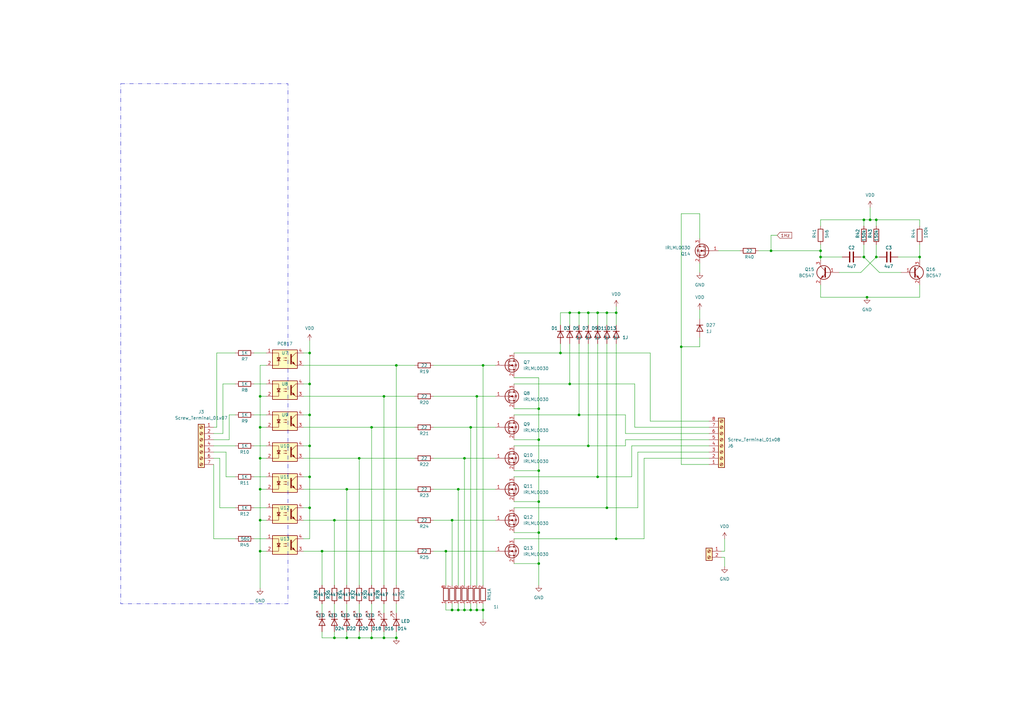
<source format=kicad_sch>
(kicad_sch (version 20231120) (generator "eeschema") (generator_version "8.0")
  (paper "A3")
  (title_block (title "TTL 2 NPN OC") (rev "1.0"))
  (lib_symbols
    (symbol "Connector:Screw_Terminal_01x02" (pin_names (offset 1.016) hide)
      (property "Reference" "J" (at 0 2.54 0))
      (property "Value" "Screw_Terminal_01x02" (at 0 -5.08 0))
      (symbol "Screw_Terminal_01x02_1_1"
        (rectangle (start -1.27 1.27) (end 1.27 -3.81) (stroke (width 0.254)) (fill (type background)))
        (circle (center 0 -2.54) (radius 0.635) (stroke (width 0.1524)))
        (polyline (pts (xy -0.5334 -2.2098) (xy 0.3302 -3.048)) (stroke (width 0.1524)))
        (polyline (pts (xy -0.5334 0.3302) (xy 0.3302 -0.508)) (stroke (width 0.1524)))
        (polyline (pts (xy -0.3556 -2.032) (xy 0.508 -2.8702)) (stroke (width 0.1524)))
        (polyline (pts (xy -0.3556 0.508) (xy 0.508 -0.3302)) (stroke (width 0.1524)))
        (circle (center 0 0) (radius 0.635) (stroke (width 0.1524)))
        (pin passive line (at -5.08 0 0) (length 3.81) (name "Pin_1") (number "1"))
        (pin passive line (at -5.08 -2.54 0) (length 3.81) (name "Pin_2") (number "2"))
      )
    )
    (symbol "Connector:Screw_Terminal_01x07" (pin_names (offset 1.016) hide)
      (property "Reference" "J" (at 0 10.16 0))
      (property "Value" "Screw_Terminal_01x07" (at 0 -10.16 0))
      (symbol "Screw_Terminal_01x07_1_1"
        (rectangle (start -1.27 8.89) (end 1.27 -8.89) (stroke (width 0.254)) (fill (type background)))
        (circle (center 0 -7.62) (radius 0.635) (stroke (width 0.1524)))
        (circle (center 0 -5.08) (radius 0.635) (stroke (width 0.1524)))
        (circle (center 0 -2.54) (radius 0.635) (stroke (width 0.1524)))
        (polyline (pts (xy -0.5334 -7.2898) (xy 0.3302 -8.128)) (stroke (width 0.1524)))
        (polyline (pts (xy -0.5334 -4.7498) (xy 0.3302 -5.588)) (stroke (width 0.1524)))
        (polyline (pts (xy -0.5334 -2.2098) (xy 0.3302 -3.048)) (stroke (width 0.1524)))
        (polyline (pts (xy -0.5334 0.3302) (xy 0.3302 -0.508)) (stroke (width 0.1524)))
        (polyline (pts (xy -0.5334 2.8702) (xy 0.3302 2.032)) (stroke (width 0.1524)))
        (polyline (pts (xy -0.5334 5.4102) (xy 0.3302 4.572)) (stroke (width 0.1524)))
        (polyline (pts (xy -0.5334 7.9502) (xy 0.3302 7.112)) (stroke (width 0.1524)))
        (polyline (pts (xy -0.3556 -7.112) (xy 0.508 -7.9502)) (stroke (width 0.1524)))
        (polyline (pts (xy -0.3556 -4.572) (xy 0.508 -5.4102)) (stroke (width 0.1524)))
        (polyline (pts (xy -0.3556 -2.032) (xy 0.508 -2.8702)) (stroke (width 0.1524)))
        (polyline (pts (xy -0.3556 0.508) (xy 0.508 -0.3302)) (stroke (width 0.1524)))
        (polyline (pts (xy -0.3556 3.048) (xy 0.508 2.2098)) (stroke (width 0.1524)))
        (polyline (pts (xy -0.3556 5.588) (xy 0.508 4.7498)) (stroke (width 0.1524)))
        (polyline (pts (xy -0.3556 8.128) (xy 0.508 7.2898)) (stroke (width 0.1524)))
        (circle (center 0 0) (radius 0.635) (stroke (width 0.1524)))
        (circle (center 0 2.54) (radius 0.635) (stroke (width 0.1524)))
        (circle (center 0 5.08) (radius 0.635) (stroke (width 0.1524)))
        (circle (center 0 7.62) (radius 0.635) (stroke (width 0.1524)))
        (pin passive line (at -5.08 7.62 0) (length 3.81) (name "Pin_1") (number "1"))
        (pin passive line (at -5.08 5.08 0) (length 3.81) (name "Pin_2") (number "2"))
        (pin passive line (at -5.08 2.54 0) (length 3.81) (name "Pin_3") (number "3"))
        (pin passive line (at -5.08 0 0) (length 3.81) (name "Pin_4") (number "4"))
        (pin passive line (at -5.08 -2.54 0) (length 3.81) (name "Pin_5") (number "5"))
        (pin passive line (at -5.08 -5.08 0) (length 3.81) (name "Pin_6") (number "6"))
        (pin passive line (at -5.08 -7.62 0) (length 3.81) (name "Pin_7") (number "7"))
      )
    )
    (symbol "Connector:Screw_Terminal_01x08" (pin_names (offset 1.016) hide)
      (property "Reference" "J" (at 0 10.16 0))
      (property "Value" "Screw_Terminal_01x08" (at 0 -12.7 0))
      (symbol "Screw_Terminal_01x08_1_1"
        (rectangle (start -1.27 8.89) (end 1.27 -11.43) (stroke (width 0.254)) (fill (type background)))
        (circle (center 0 -10.16) (radius 0.635) (stroke (width 0.1524)))
        (circle (center 0 -7.62) (radius 0.635) (stroke (width 0.1524)))
        (circle (center 0 -5.08) (radius 0.635) (stroke (width 0.1524)))
        (circle (center 0 -2.54) (radius 0.635) (stroke (width 0.1524)))
        (polyline (pts (xy -0.5334 -9.8298) (xy 0.3302 -10.668)) (stroke (width 0.1524)))
        (polyline (pts (xy -0.5334 -7.2898) (xy 0.3302 -8.128)) (stroke (width 0.1524)))
        (polyline (pts (xy -0.5334 -4.7498) (xy 0.3302 -5.588)) (stroke (width 0.1524)))
        (polyline (pts (xy -0.5334 -2.2098) (xy 0.3302 -3.048)) (stroke (width 0.1524)))
        (polyline (pts (xy -0.5334 0.3302) (xy 0.3302 -0.508)) (stroke (width 0.1524)))
        (polyline (pts (xy -0.5334 2.8702) (xy 0.3302 2.032)) (stroke (width 0.1524)))
        (polyline (pts (xy -0.5334 5.4102) (xy 0.3302 4.572)) (stroke (width 0.1524)))
        (polyline (pts (xy -0.5334 7.9502) (xy 0.3302 7.112)) (stroke (width 0.1524)))
        (polyline (pts (xy -0.3556 -9.652) (xy 0.508 -10.4902)) (stroke (width 0.1524)))
        (polyline (pts (xy -0.3556 -7.112) (xy 0.508 -7.9502)) (stroke (width 0.1524)))
        (polyline (pts (xy -0.3556 -4.572) (xy 0.508 -5.4102)) (stroke (width 0.1524)))
        (polyline (pts (xy -0.3556 -2.032) (xy 0.508 -2.8702)) (stroke (width 0.1524)))
        (polyline (pts (xy -0.3556 0.508) (xy 0.508 -0.3302)) (stroke (width 0.1524)))
        (polyline (pts (xy -0.3556 3.048) (xy 0.508 2.2098)) (stroke (width 0.1524)))
        (polyline (pts (xy -0.3556 5.588) (xy 0.508 4.7498)) (stroke (width 0.1524)))
        (polyline (pts (xy -0.3556 8.128) (xy 0.508 7.2898)) (stroke (width 0.1524)))
        (circle (center 0 0) (radius 0.635) (stroke (width 0.1524)))
        (circle (center 0 2.54) (radius 0.635) (stroke (width 0.1524)))
        (circle (center 0 5.08) (radius 0.635) (stroke (width 0.1524)))
        (circle (center 0 7.62) (radius 0.635) (stroke (width 0.1524)))
        (pin passive line (at -5.08 7.62 0) (length 3.81) (name "Pin_1") (number "1"))
        (pin passive line (at -5.08 5.08 0) (length 3.81) (name "Pin_2") (number "2"))
        (pin passive line (at -5.08 2.54 0) (length 3.81) (name "Pin_3") (number "3"))
        (pin passive line (at -5.08 0 0) (length 3.81) (name "Pin_4") (number "4"))
        (pin passive line (at -5.08 -2.54 0) (length 3.81) (name "Pin_5") (number "5"))
        (pin passive line (at -5.08 -5.08 0) (length 3.81) (name "Pin_6") (number "6"))
        (pin passive line (at -5.08 -7.62 0) (length 3.81) (name "Pin_7") (number "7"))
        (pin passive line (at -5.08 -10.16 0) (length 3.81) (name "Pin_8") (number "8"))
      )
    )
    (symbol "Device:C" (pin_numbers hide) (pin_names (offset 0.254))
      (property "Reference" "C" (at 0.635 2.54 0))
      (property "Value" "C" (at 0.635 -2.54 0))
      (symbol "C_0_1"
        (polyline (pts (xy -2.032 -0.762) (xy 2.032 -0.762)) (stroke (width 0.508)))
        (polyline (pts (xy -2.032 0.762) (xy 2.032 0.762)) (stroke (width 0.508)))
      )
      (symbol "C_1_1"
        (pin passive line (at 0 3.81 270) (length 2.794) (name "~") (number "1"))
        (pin passive line (at 0 -3.81 90) (length 2.794) (name "~") (number "2"))
      )
    )
    (symbol "Device:LED" (pin_numbers hide) (pin_names (offset 1.016) hide)
      (property "Reference" "D" (at 0 2.54 0))
      (property "Value" "LED" (at 0 -2.54 0))
      (symbol "LED_0_1"
        (polyline (pts (xy -1.27 -1.27) (xy -1.27 1.27)) (stroke (width 0.254)))
        (polyline (pts (xy -1.27 0) (xy 1.27 0)))
        (polyline (pts (xy 1.27 -1.27) (xy 1.27 1.27) (xy -1.27 0) (xy 1.27 -1.27)) (stroke (width 0.254)))
        (polyline (pts (xy -3.048 -0.762) (xy -4.572 -2.286) (xy -3.81 -2.286) (xy -4.572 -2.286) (xy -4.572 -1.524)))
        (polyline (pts (xy -1.778 -0.762) (xy -3.302 -2.286) (xy -2.54 -2.286) (xy -3.302 -2.286) (xy -3.302 -1.524)))
      )
      (symbol "LED_1_1"
        (pin passive line (at -3.81 0 0) (length 2.54) (name "K") (number "1"))
        (pin passive line (at 3.81 0 180) (length 2.54) (name "A") (number "2"))
      )
    )
    (symbol "Device:R" (pin_numbers hide) (pin_names (offset 0))
      (property "Reference" "R" (at 2.032 0 90))
      (property "Value" "R" (at 0 0 90))
      (symbol "R_0_1"
        (rectangle (start -1.016 -2.54) (end 1.016 2.54) (stroke (width 0.254)))
      )
      (symbol "R_1_1"
        (pin passive line (at 0 3.81 270) (length 1.27) (name "~") (number "1"))
        (pin passive line (at 0 -3.81 90) (length 1.27) (name "~") (number "2"))
      )
    )
    (symbol "Device:R_Network07_Split" (pin_names (offset 0) hide)
      (property "Reference" "RN" (at 2.032 0 90))
      (property "Value" "R_Network07_Split" (at 0 0 90))
      (symbol "R_Network07_Split_0_1"
        (rectangle (start 1.016 2.54) (end -1.016 -2.54) (stroke (width 0.254)))
        (pin passive line (at 0 3.81 270) (length 1.27) (name "R1") (number "1"))
      )
      (symbol "R_Network07_Split_1_1"
        (pin passive line (at 0 -3.81 90) (length 1.27) (name "R1.2") (number "2"))
      )
      (symbol "R_Network07_Split_2_1"
        (pin passive line (at 0 -3.81 90) (length 1.27) (name "R2.2") (number "3"))
      )
      (symbol "R_Network07_Split_3_1"
        (pin passive line (at 0 -3.81 90) (length 1.27) (name "R3.2") (number "4"))
      )
      (symbol "R_Network07_Split_4_1"
        (pin passive line (at 0 -3.81 90) (length 1.27) (name "R4.2") (number "5"))
      )
      (symbol "R_Network07_Split_5_1"
        (pin passive line (at 0 -3.81 90) (length 1.27) (name "R5.2") (number "6"))
      )
      (symbol "R_Network07_Split_6_1"
        (pin passive line (at 0 -3.81 90) (length 1.27) (name "R6.2") (number "7"))
      )
      (symbol "R_Network07_Split_7_1"
        (pin passive line (at 0 -3.81 90) (length 1.27) (name "R7.2") (number "8"))
      )
    )
    (symbol "Diode:US1D" (pin_numbers hide) (pin_names hide)
      (property "Reference" "D" (at 0 2.54 0))
      (property "Value" "US1D" (at 0 -2.54 0))
      (symbol "US1D_0_1"
        (polyline (pts (xy -1.27 1.27) (xy -1.27 -1.27)) (stroke (width 0.254)))
        (polyline (pts (xy 1.27 0) (xy -1.27 0)))
        (polyline (pts (xy 1.27 1.27) (xy 1.27 -1.27) (xy -1.27 0) (xy 1.27 1.27)) (stroke (width 0.254)))
      )
      (symbol "US1D_1_1"
        (pin passive line (at -3.81 0 0) (length 2.54) (name "K") (number "1"))
        (pin passive line (at 3.81 0 180) (length 2.54) (name "A") (number "2"))
      )
    )
    (symbol "Isolator:PC817" (pin_names (offset 1.016))
      (property "Reference" "U" (at -5.08 5.08 0))
      (property "Value" "PC817" (at 0 5.08 0))
      (symbol "PC817_0_1"
        (rectangle (start -5.08 3.81) (end 5.08 -3.81) (stroke (width 0.254)) (fill (type background)))
        (polyline (pts (xy -3.175 -0.635) (xy -1.905 -0.635)) (stroke (width 0.254)))
        (polyline (pts (xy 2.54 0.635) (xy 4.445 2.54)))
        (polyline (pts (xy 4.445 -2.54) (xy 2.54 -0.635)) (fill (type outline)))
        (polyline (pts (xy 4.445 -2.54) (xy 5.08 -2.54)))
        (polyline (pts (xy 4.445 2.54) (xy 5.08 2.54)))
        (polyline (pts (xy -5.08 2.54) (xy -2.54 2.54) (xy -2.54 -0.635)))
        (polyline (pts (xy -2.54 -0.635) (xy -2.54 -2.54) (xy -5.08 -2.54)))
        (polyline (pts (xy 2.54 1.905) (xy 2.54 -1.905) (xy 2.54 -1.905)) (stroke (width 0.508)))
        (polyline (pts (xy -2.54 -0.635) (xy -3.175 0.635) (xy -1.905 0.635) (xy -2.54 -0.635)) (stroke (width 0.254)))
        (polyline (pts (xy -0.508 -0.508) (xy 0.762 -0.508) (xy 0.381 -0.635) (xy 0.381 -0.381) (xy 0.762 -0.508)))
        (polyline (pts (xy -0.508 0.508) (xy 0.762 0.508) (xy 0.381 0.381) (xy 0.381 0.635) (xy 0.762 0.508)))
        (polyline (pts (xy 3.048 -1.651) (xy 3.556 -1.143) (xy 4.064 -2.159) (xy 3.048 -1.651) (xy 3.048 -1.651)) (fill (type outline)))
      )
      (symbol "PC817_1_1"
        (pin passive line (at -7.62 2.54 0) (length 2.54) (name "~") (number "1"))
        (pin passive line (at -7.62 -2.54 0) (length 2.54) (name "~") (number "2"))
        (pin passive line (at 7.62 -2.54 180) (length 2.54) (name "~") (number "3"))
        (pin passive line (at 7.62 2.54 180) (length 2.54) (name "~") (number "4"))
      )
    )
    (symbol "Transistor_BJT:BC846" (pin_names (offset 0) hide)
      (property "Reference" "Q" (at 5.08 1.905 0))
      (property "Value" "BC846" (at 5.08 0 0))
      (symbol "BC846_0_1"
        (polyline (pts (xy 0.635 0.635) (xy 2.54 2.54)))
        (polyline (pts (xy 0.635 -0.635) (xy 2.54 -2.54) (xy 2.54 -2.54)))
        (polyline (pts (xy 0.635 1.905) (xy 0.635 -1.905) (xy 0.635 -1.905)) (stroke (width 0.508)))
        (polyline (pts (xy 1.27 -1.778) (xy 1.778 -1.27) (xy 2.286 -2.286) (xy 1.27 -1.778) (xy 1.27 -1.778)) (fill (type outline)))
        (circle (center 1.27 0) (radius 2.8194) (stroke (width 0.254)))
      )
      (symbol "BC846_1_1"
        (pin input line (at -5.08 0 0) (length 5.715) (name "B") (number "1"))
        (pin passive line (at 2.54 -5.08 90) (length 2.54) (name "E") (number "2"))
        (pin passive line (at 2.54 5.08 270) (length 2.54) (name "C") (number "3"))
      )
    )
    (symbol "Transistor_FET:IRLML0030" (pin_names hide)
      (property "Reference" "Q" (at 5.08 1.905 0))
      (property "Value" "IRLML0030" (at 5.08 0 0))
      (symbol "IRLML0030_0_1"
        (polyline (pts (xy 0.254 0) (xy -2.54 0)))
        (polyline (pts (xy 0.254 1.905) (xy 0.254 -1.905)) (stroke (width 0.254)))
        (polyline (pts (xy 0.762 -1.27) (xy 0.762 -2.286)) (stroke (width 0.254)))
        (polyline (pts (xy 0.762 0.508) (xy 0.762 -0.508)) (stroke (width 0.254)))
        (polyline (pts (xy 0.762 2.286) (xy 0.762 1.27)) (stroke (width 0.254)))
        (polyline (pts (xy 2.54 2.54) (xy 2.54 1.778)))
        (polyline (pts (xy 2.54 -2.54) (xy 2.54 0) (xy 0.762 0)))
        (polyline (pts (xy 0.762 -1.778) (xy 3.302 -1.778) (xy 3.302 1.778) (xy 0.762 1.778)))
        (polyline (pts (xy 1.016 0) (xy 2.032 0.381) (xy 2.032 -0.381) (xy 1.016 0)) (fill (type outline)))
        (polyline (pts (xy 2.794 0.508) (xy 2.921 0.381) (xy 3.683 0.381) (xy 3.81 0.254)))
        (polyline (pts (xy 3.302 0.381) (xy 2.921 -0.254) (xy 3.683 -0.254) (xy 3.302 0.381)))
        (circle (center 1.651 0) (radius 2.794) (stroke (width 0.254)))
        (circle (center 2.54 -1.778) (radius 0.254) (fill (type outline)))
        (circle (center 2.54 1.778) (radius 0.254) (fill (type outline)))
      )
      (symbol "IRLML0030_1_1"
        (pin input line (at -5.08 0 0) (length 2.54) (name "G") (number "1"))
        (pin passive line (at 2.54 -5.08 90) (length 2.54) (name "S") (number "2"))
        (pin passive line (at 2.54 5.08 270) (length 2.54) (name "D") (number "3"))
      )
    )
    (symbol "power:GND" (power) (pin_names (offset 0))
      (property "Value" "GND" (at 0 -3.81 0))
      (symbol "GND_0_1"
        (polyline (pts (xy 0 0) (xy 0 -1.27) (xy 1.27 -1.27) (xy 0 -2.54) (xy -1.27 -1.27) (xy 0 -1.27)))
      )
      (symbol "GND_1_1"
        (pin power_in line (at 0 0 270) (length 0) hide (name "GND") (number "1"))
      )
    )
    (symbol "power:VDD" (power) (pin_names (offset 0))
      (property "Value" "VDD" (at 0 3.81 0))
      (symbol "VDD_0_1"
        (polyline (pts (xy -0.762 1.27) (xy 0 2.54)))
        (polyline (pts (xy 0 0) (xy 0 2.54)))
        (polyline (pts (xy 0 2.54) (xy 0.762 1.27)))
      )
      (symbol "VDD_1_1"
        (pin power_in line (at 0 0 90) (length 0) hide (name "VDD") (number "1"))
      )
    )
  )
  (junction (at 162.56 149.86))
  (junction (at 220.98 231.14))
  (junction (at 229.87 144.78))
  (junction (at 198.12 250.19))
  (junction (at 152.4 261.62))
  (junction (at 220.98 167.64))
  (junction (at 336.55 105.41))
  (junction (at 152.4 175.26))
  (junction (at 137.16 261.62))
  (junction (at 377.19 105.41))
  (junction (at 237.49 128.27))
  (junction (at 195.58 250.19))
  (junction (at 132.08 226.06))
  (junction (at 157.48 261.62))
  (junction (at 359.41 90.17))
  (junction (at 142.24 200.66))
  (junction (at 198.12 149.86))
  (junction (at 142.24 261.62))
  (junction (at 106.68 200.66))
  (junction (at 106.68 226.06))
  (junction (at 233.68 157.48))
  (junction (at 354.33 90.17))
  (junction (at 106.68 162.56))
  (junction (at 147.32 261.62))
  (junction (at 252.73 128.27))
  (junction (at 137.16 213.36))
  (junction (at 248.92 128.27))
  (junction (at 237.49 170.18))
  (junction (at 193.04 175.26))
  (junction (at 106.68 213.36))
  (junction (at 187.96 250.19))
  (junction (at 127 157.48))
  (junction (at 193.04 250.19))
  (junction (at 157.48 162.56))
  (junction (at 127 208.28))
  (junction (at 127 195.58))
  (junction (at 220.98 205.74))
  (junction (at 106.68 187.96))
  (junction (at 354.33 105.41))
  (junction (at 190.5 250.19))
  (junction (at 233.68 128.27))
  (junction (at 190.5 187.96))
  (junction (at 252.73 220.98))
  (junction (at 245.11 128.27))
  (junction (at 127 182.88))
  (junction (at 220.98 193.04))
  (junction (at 241.3 128.27))
  (junction (at 359.41 105.41))
  (junction (at 336.55 102.87))
  (junction (at 127 144.78))
  (junction (at 187.96 200.66))
  (junction (at 106.68 175.26))
  (junction (at 220.98 218.44))
  (junction (at 241.3 182.88))
  (junction (at 182.88 226.06))
  (junction (at 162.56 261.62))
  (junction (at 220.98 180.34))
  (junction (at 127 170.18))
  (junction (at 248.92 208.28))
  (junction (at 356.87 90.17))
  (junction (at 147.32 187.96))
  (junction (at 195.58 162.56))
  (junction (at 279.4 142.24))
  (junction (at 245.11 195.58))
  (junction (at 316.23 102.87))
  (junction (at 185.42 213.36))
  (junction (at 185.42 250.19))
  (junction (at 355.6 121.92))
  (wire (pts (xy 368.3 105.41) (xy 377.19 105.41)))
  (wire (pts (xy 220.98 231.14) (xy 220.98 240.03)))
  (wire (pts (xy 124.46 200.66) (xy 142.24 200.66)))
  (wire (pts (xy 193.04 175.26) (xy 193.04 240.03)))
  (wire (pts (xy 356.87 85.09) (xy 356.87 90.17)))
  (wire (pts (xy 248.92 128.27) (xy 248.92 133.35)))
  (wire (pts (xy 210.82 231.14) (xy 220.98 231.14)))
  (wire (pts (xy 237.49 128.27) (xy 237.49 133.35)))
  (wire (pts (xy 193.04 247.65) (xy 193.04 250.19)))
  (wire (pts (xy 162.56 149.86) (xy 170.18 149.86)))
  (wire (pts (xy 195.58 250.19) (xy 198.12 250.19)))
  (wire (pts (xy 182.88 226.06) (xy 182.88 240.03)))
  (wire (pts (xy 233.68 157.48) (xy 260.35 157.48)))
  (wire (pts (xy 127 195.58) (xy 127 208.28)))
  (wire (pts (xy 187.96 200.66) (xy 187.96 240.03)))
  (wire (pts (xy 88.9 175.26) (xy 88.9 144.78)))
  (wire (pts (xy 147.32 261.62) (xy 142.24 261.62)))
  (wire (pts (xy 260.35 157.48) (xy 260.35 175.26)))
  (wire (pts (xy 336.55 121.92) (xy 355.6 121.92)))
  (wire (pts (xy 245.11 128.27) (xy 248.92 128.27)))
  (wire (pts (xy 157.48 259.08) (xy 157.48 261.62)))
  (wire (pts (xy 354.33 100.33) (xy 354.33 105.41)))
  (wire (pts (xy 162.56 149.86) (xy 162.56 240.03)))
  (wire (pts (xy 229.87 144.78) (xy 266.7 144.78)))
  (wire (pts (xy 88.9 144.78) (xy 96.52 144.78)))
  (wire (pts (xy 124.46 195.58) (xy 127 195.58)))
  (wire (pts (xy 210.82 193.04) (xy 220.98 193.04)))
  (wire (pts (xy 220.98 218.44) (xy 220.98 231.14)))
  (wire (pts (xy 127 170.18) (xy 127 182.88)))
  (wire (pts (xy 336.55 102.87) (xy 336.55 105.41)))
  (wire (pts (xy 137.16 261.62) (xy 137.16 259.08)))
  (wire (pts (xy 157.48 162.56) (xy 170.18 162.56)))
  (wire (pts (xy 106.68 226.06) (xy 106.68 241.3)))
  (wire (pts (xy 354.33 90.17) (xy 354.33 92.71)))
  (wire (pts (xy 297.18 228.6) (xy 297.18 232.41)))
  (wire (pts (xy 354.33 105.41) (xy 360.68 111.76)))
  (wire (pts (xy 237.49 140.97) (xy 237.49 170.18)))
  (wire (pts (xy 124.46 157.48) (xy 127 157.48)))
  (wire (pts (xy 336.55 92.71) (xy 336.55 90.17)))
  (wire (pts (xy 233.68 128.27) (xy 237.49 128.27)))
  (wire (pts (xy 190.5 250.19) (xy 193.04 250.19)))
  (wire (pts (xy 152.4 261.62) (xy 152.4 259.08)))
  (wire (pts (xy 256.54 177.8) (xy 290.83 177.8)))
  (wire (pts (xy 177.8 149.86) (xy 198.12 149.86)))
  (wire (pts (xy 87.63 180.34) (xy 93.98 180.34)))
  (wire (pts (xy 354.33 90.17) (xy 356.87 90.17)))
  (wire (pts (xy 124.46 175.26) (xy 152.4 175.26)))
  (wire (pts (xy 193.04 175.26) (xy 203.2 175.26)))
  (wire (pts (xy 229.87 133.35) (xy 229.87 128.27)))
  (wire (pts (xy 147.32 251.46) (xy 147.32 247.65)))
  (wire (pts (xy 185.42 213.36) (xy 203.2 213.36)))
  (wire (pts (xy 220.98 180.34) (xy 220.98 193.04)))
  (wire (pts (xy 124.46 213.36) (xy 137.16 213.36)))
  (wire (pts (xy 157.48 162.56) (xy 157.48 240.03)))
  (wire (pts (xy 377.19 105.41) (xy 377.19 106.68)))
  (wire (pts (xy 198.12 254) (xy 198.12 250.19)))
  (wire (pts (xy 124.46 149.86) (xy 162.56 149.86)))
  (wire (pts (xy 359.41 90.17) (xy 359.41 92.71)))
  (wire (pts (xy 210.82 195.58) (xy 245.11 195.58)))
  (wire (pts (xy 256.54 180.34) (xy 290.83 180.34)))
  (wire (pts (xy 185.42 250.19) (xy 187.96 250.19)))
  (wire (pts (xy 220.98 167.64) (xy 220.98 180.34)))
  (wire (pts (xy 360.68 111.76) (xy 369.57 111.76)))
  (wire (pts (xy 377.19 100.33) (xy 377.19 105.41)))
  (wire (pts (xy 90.17 187.96) (xy 87.63 187.96)))
  (wire (pts (xy 336.55 105.41) (xy 345.44 105.41)))
  (wire (pts (xy 287.02 138.43) (xy 287.02 142.24)))
  (wire (pts (xy 182.88 226.06) (xy 203.2 226.06)))
  (wire (pts (xy 87.63 177.8) (xy 91.44 177.8)))
  (wire (pts (xy 316.23 96.52) (xy 316.23 102.87)))
  (wire (pts (xy 187.96 247.65) (xy 187.96 250.19)))
  (wire (pts (xy 190.5 187.96) (xy 190.5 240.03)))
  (wire (pts (xy 87.63 190.5) (xy 87.63 220.98)))
  (wire (pts (xy 241.3 128.27) (xy 241.3 133.35)))
  (wire (pts (xy 261.62 208.28) (xy 261.62 185.42)))
  (wire (pts (xy 220.98 193.04) (xy 220.98 205.74)))
  (wire (pts (xy 104.14 208.28) (xy 109.22 208.28)))
  (wire (pts (xy 344.17 111.76) (xy 353.06 111.76)))
  (wire (pts (xy 248.92 128.27) (xy 252.73 128.27)))
  (wire (pts (xy 90.17 187.96) (xy 90.17 208.28)))
  (wire (pts (xy 106.68 175.26) (xy 106.68 187.96)))
  (wire (pts (xy 124.46 170.18) (xy 127 170.18)))
  (wire (pts (xy 248.92 140.97) (xy 248.92 208.28)))
  (wire (pts (xy 210.82 182.88) (xy 241.3 182.88)))
  (wire (pts (xy 157.48 261.62) (xy 152.4 261.62)))
  (wire (pts (xy 106.68 187.96) (xy 109.22 187.96)))
  (wire (pts (xy 124.46 226.06) (xy 132.08 226.06)))
  (wire (pts (xy 177.8 226.06) (xy 182.88 226.06)))
  (wire (pts (xy 316.23 96.52) (xy 318.77 96.52)))
  (wire (pts (xy 359.41 105.41) (xy 353.06 111.76)))
  (wire (pts (xy 127 157.48) (xy 127 170.18)))
  (wire (pts (xy 104.14 144.78) (xy 109.22 144.78)))
  (wire (pts (xy 220.98 205.74) (xy 220.98 218.44)))
  (wire (pts (xy 127 182.88) (xy 127 195.58)))
  (wire (pts (xy 279.4 87.63) (xy 287.02 87.63)))
  (wire (pts (xy 353.06 105.41) (xy 354.33 105.41)))
  (wire (pts (xy 256.54 182.88) (xy 256.54 180.34)))
  (wire (pts (xy 104.14 220.98) (xy 109.22 220.98)))
  (wire (pts (xy 295.91 228.6) (xy 297.18 228.6)))
  (wire (pts (xy 210.82 144.78) (xy 229.87 144.78)))
  (wire (pts (xy 241.3 128.27) (xy 245.11 128.27)))
  (wire (pts (xy 132.08 251.46) (xy 132.08 247.65)))
  (wire (pts (xy 152.4 175.26) (xy 170.18 175.26)))
  (wire (pts (xy 252.73 128.27) (xy 252.73 133.35)))
  (wire (pts (xy 294.64 102.87) (xy 303.53 102.87)))
  (wire (pts (xy 290.83 190.5) (xy 279.4 190.5)))
  (wire (pts (xy 260.35 175.26) (xy 290.83 175.26)))
  (wire (pts (xy 233.68 128.27) (xy 233.68 133.35)))
  (wire (pts (xy 132.08 261.62) (xy 132.08 259.08)))
  (wire (pts (xy 152.4 251.46) (xy 152.4 247.65)))
  (wire (pts (xy 124.46 182.88) (xy 127 182.88)))
  (wire (pts (xy 316.23 102.87) (xy 311.15 102.87)))
  (wire (pts (xy 182.88 247.65) (xy 182.88 250.19)))
  (wire (pts (xy 297.18 220.98) (xy 297.18 226.06)))
  (wire (pts (xy 91.44 177.8) (xy 91.44 157.48)))
  (wire (pts (xy 279.4 87.63) (xy 279.4 142.24)))
  (wire (pts (xy 279.4 142.24) (xy 279.4 190.5)))
  (wire (pts (xy 210.82 157.48) (xy 233.68 157.48)))
  (wire (pts (xy 162.56 261.62) (xy 157.48 261.62)))
  (wire (pts (xy 127 139.7) (xy 127 144.78)))
  (wire (pts (xy 237.49 170.18) (xy 256.54 170.18)))
  (wire (pts (xy 210.82 167.64) (xy 220.98 167.64)))
  (wire (pts (xy 104.14 182.88) (xy 109.22 182.88)))
  (wire (pts (xy 127 144.78) (xy 127 157.48)))
  (wire (pts (xy 259.08 195.58) (xy 259.08 182.88)))
  (wire (pts (xy 142.24 261.62) (xy 137.16 261.62)))
  (wire (pts (xy 220.98 218.44) (xy 210.82 218.44)))
  (wire (pts (xy 336.55 116.84) (xy 336.55 121.92)))
  (wire (pts (xy 104.14 170.18) (xy 109.22 170.18)))
  (wire (pts (xy 187.96 200.66) (xy 203.2 200.66)))
  (wire (pts (xy 190.5 187.96) (xy 203.2 187.96)))
  (wire (pts (xy 162.56 251.46) (xy 162.56 247.65)))
  (wire (pts (xy 106.68 162.56) (xy 109.22 162.56)))
  (wire (pts (xy 104.14 157.48) (xy 109.22 157.48)))
  (wire (pts (xy 245.11 140.97) (xy 245.11 195.58)))
  (wire (pts (xy 360.68 105.41) (xy 359.41 105.41)))
  (wire (pts (xy 245.11 195.58) (xy 259.08 195.58)))
  (wire (pts (xy 177.8 200.66) (xy 187.96 200.66)))
  (wire (pts (xy 210.82 220.98) (xy 252.73 220.98)))
  (wire (pts (xy 316.23 102.87) (xy 336.55 102.87)))
  (wire (pts (xy 106.68 149.86) (xy 109.22 149.86)))
  (wire (pts (xy 195.58 247.65) (xy 195.58 250.19)))
  (wire (pts (xy 241.3 182.88) (xy 256.54 182.88)))
  (wire (pts (xy 142.24 200.66) (xy 170.18 200.66)))
  (wire (pts (xy 106.68 213.36) (xy 109.22 213.36)))
  (wire (pts (xy 198.12 240.03) (xy 198.12 149.86)))
  (wire (pts (xy 106.68 213.36) (xy 106.68 226.06)))
  (wire (pts (xy 287.02 127) (xy 287.02 130.81)))
  (wire (pts (xy 177.8 175.26) (xy 193.04 175.26)))
  (wire (pts (xy 295.91 226.06) (xy 297.18 226.06)))
  (wire (pts (xy 245.11 128.27) (xy 245.11 133.35)))
  (wire (pts (xy 193.04 250.19) (xy 195.58 250.19)))
  (wire (pts (xy 187.96 250.19) (xy 190.5 250.19)))
  (wire (pts (xy 220.98 154.94) (xy 220.98 167.64)))
  (wire (pts (xy 106.68 200.66) (xy 109.22 200.66)))
  (wire (pts (xy 177.8 162.56) (xy 195.58 162.56)))
  (wire (pts (xy 252.73 220.98) (xy 264.16 220.98)))
  (wire (pts (xy 93.98 180.34) (xy 93.98 170.18)))
  (wire (pts (xy 87.63 182.88) (xy 96.52 182.88)))
  (wire (pts (xy 229.87 128.27) (xy 233.68 128.27)))
  (wire (pts (xy 162.56 261.62) (xy 162.56 259.08)))
  (wire (pts (xy 124.46 144.78) (xy 127 144.78)))
  (wire (pts (xy 252.73 125.73) (xy 252.73 128.27)))
  (wire (pts (xy 241.3 140.97) (xy 241.3 182.88)))
  (wire (pts (xy 87.63 175.26) (xy 88.9 175.26)))
  (wire (pts (xy 210.82 205.74) (xy 220.98 205.74)))
  (wire (pts (xy 252.73 140.97) (xy 252.73 220.98)))
  (wire (pts (xy 359.41 100.33) (xy 359.41 105.41)))
  (wire (pts (xy 147.32 187.96) (xy 170.18 187.96)))
  (wire (pts (xy 142.24 251.46) (xy 142.24 247.65)))
  (wire (pts (xy 195.58 162.56) (xy 195.58 240.03)))
  (wire (pts (xy 256.54 170.18) (xy 256.54 177.8)))
  (wire (pts (xy 233.68 140.97) (xy 233.68 157.48)))
  (wire (pts (xy 137.16 251.46) (xy 137.16 247.65)))
  (wire (pts (xy 266.7 144.78) (xy 266.7 172.72)))
  (wire (pts (xy 106.68 200.66) (xy 106.68 213.36)))
  (wire (pts (xy 198.12 149.86) (xy 203.2 149.86)))
  (wire (pts (xy 336.55 105.41) (xy 336.55 106.68)))
  (wire (pts (xy 264.16 187.96) (xy 264.16 220.98)))
  (wire (pts (xy 93.98 170.18) (xy 96.52 170.18)))
  (wire (pts (xy 210.82 154.94) (xy 220.98 154.94)))
  (wire (pts (xy 185.42 247.65) (xy 185.42 250.19)))
  (wire (pts (xy 377.19 121.92) (xy 377.19 116.84)))
  (wire (pts (xy 91.44 157.48) (xy 96.52 157.48)))
  (wire (pts (xy 237.49 128.27) (xy 241.3 128.27)))
  (wire (pts (xy 124.46 208.28) (xy 127 208.28)))
  (wire (pts (xy 195.58 162.56) (xy 203.2 162.56)))
  (wire (pts (xy 210.82 170.18) (xy 237.49 170.18)))
  (wire (pts (xy 124.46 162.56) (xy 157.48 162.56)))
  (wire (pts (xy 106.68 149.86) (xy 106.68 162.56)))
  (wire (pts (xy 356.87 90.17) (xy 359.41 90.17)))
  (wire (pts (xy 336.55 100.33) (xy 336.55 102.87)))
  (wire (pts (xy 170.18 226.06) (xy 132.08 226.06)))
  (wire (pts (xy 259.08 182.88) (xy 290.83 182.88)))
  (wire (pts (xy 137.16 261.62) (xy 132.08 261.62)))
  (wire (pts (xy 287.02 111.76) (xy 287.02 107.95)))
  (wire (pts (xy 210.82 208.28) (xy 248.92 208.28)))
  (wire (pts (xy 177.8 213.36) (xy 185.42 213.36)))
  (wire (pts (xy 92.71 185.42) (xy 92.71 195.58)))
  (wire (pts (xy 264.16 187.96) (xy 290.83 187.96)))
  (wire (pts (xy 87.63 220.98) (xy 96.52 220.98)))
  (wire (pts (xy 127 208.28) (xy 127 220.98)))
  (wire (pts (xy 104.14 195.58) (xy 109.22 195.58)))
  (wire (pts (xy 92.71 195.58) (xy 96.52 195.58)))
  (wire (pts (xy 359.41 90.17) (xy 377.19 90.17)))
  (wire (pts (xy 185.42 213.36) (xy 185.42 240.03)))
  (wire (pts (xy 142.24 200.66) (xy 142.24 240.03)))
  (wire (pts (xy 127 220.98) (xy 124.46 220.98)))
  (wire (pts (xy 287.02 142.24) (xy 279.4 142.24)))
  (wire (pts (xy 90.17 208.28) (xy 96.52 208.28)))
  (wire (pts (xy 152.4 261.62) (xy 147.32 261.62)))
  (wire (pts (xy 229.87 140.97) (xy 229.87 144.78)))
  (wire (pts (xy 152.4 175.26) (xy 152.4 240.03)))
  (wire (pts (xy 147.32 261.62) (xy 147.32 259.08)))
  (wire (pts (xy 248.92 208.28) (xy 261.62 208.28)))
  (wire (pts (xy 287.02 87.63) (xy 287.02 97.79)))
  (wire (pts (xy 177.8 187.96) (xy 190.5 187.96)))
  (wire (pts (xy 377.19 90.17) (xy 377.19 92.71)))
  (wire (pts (xy 87.63 185.42) (xy 92.71 185.42)))
  (wire (pts (xy 210.82 180.34) (xy 220.98 180.34)))
  (wire (pts (xy 124.46 187.96) (xy 147.32 187.96)))
  (wire (pts (xy 106.68 162.56) (xy 106.68 175.26)))
  (wire (pts (xy 266.7 172.72) (xy 290.83 172.72)))
  (wire (pts (xy 132.08 226.06) (xy 132.08 240.03)))
  (wire (pts (xy 142.24 261.62) (xy 142.24 259.08)))
  (wire (pts (xy 157.48 251.46) (xy 157.48 247.65)))
  (wire (pts (xy 106.68 226.06) (xy 109.22 226.06)))
  (wire (pts (xy 190.5 247.65) (xy 190.5 250.19)))
  (wire (pts (xy 137.16 213.36) (xy 137.16 240.03)))
  (wire (pts (xy 106.68 187.96) (xy 106.68 200.66)))
  (wire (pts (xy 182.88 250.19) (xy 185.42 250.19)))
  (wire (pts (xy 355.6 121.92) (xy 377.19 121.92)))
  (wire (pts (xy 106.68 175.26) (xy 109.22 175.26)))
  (wire (pts (xy 261.62 185.42) (xy 290.83 185.42)))
  (wire (pts (xy 336.55 90.17) (xy 354.33 90.17)))
  (wire (pts (xy 198.12 247.65) (xy 198.12 250.19)))
  (wire (pts (xy 147.32 240.03) (xy 147.32 187.96)))
  (wire (pts (xy 137.16 213.36) (xy 170.18 213.36)))
  (rectangle (start 49.53 34.29) (end 118.11 247.65) (stroke (width 0) (type dash_dot_dot)))
  (global_label "1Hz" (shape input) (at 318.77 96.52 0) (property "Intersheetrefs" "${INTERSHEET_REFS}" (effects (hide yes))))
  (symbol (lib_id "power:GND") (at 106.68 241.3 0) (unit 1)
    (property "Reference" "#PWR01" (effects (hide yes)))
    (property "Value" "GND" (at 106.68 246.38 0))
  )
  (symbol (lib_id "Device:R_Network07_Split") (at 187.96 243.84 180) (unit 5)
    (property "Reference" "RN1" (effects (hide yes)))
    (property "Value" "1l" (effects (hide yes)))
    (property "Footprint" "Resistor_THT:R_Array_SIP8" (effects (hide yes)))
    (property "Datasheet" "http://www.vishay.com/docs/31509/csc.pdf" (effects (hide yes)))
  )
  (symbol (lib_id "Device:R") (at 100.33 157.48 90) (mirror x) (unit 1)
    (property "Reference" "R8" (at 100.33 160.02 90))
    (property "Value" "1K" (at 100.33 157.48 90))
    (property "Footprint" "Resistor_SMD:R_0805_2012Metric" (effects (hide yes)))
  )
  (symbol (lib_id "Device:R") (at 173.99 200.66 90) (mirror x) (unit 1)
    (property "Reference" "R23" (at 173.99 203.2 90))
    (property "Value" "22" (at 173.99 200.66 90))
    (property "Footprint" "Resistor_SMD:R_0805_2012Metric" (effects (hide yes)))
  )
  (symbol (lib_id "power:VDD") (at 127 139.7 0) (unit 1)
    (property "Reference" "#PWR016" (effects (hide yes)))
    (property "Value" "VDD" (at 127 134.62 0))
  )
  (symbol (lib_id "Transistor_BJT:BC846") (at 339.09 111.76 0) (mirror y) (unit 1)
    (property "Reference" "Q15" (at 334.01 110.49 0) (effects (justify left)))
    (property "Value" "BC547" (at 334.01 113.03 0) (effects (justify left)))
    (property "Footprint" "Package_TO_SOT_SMD:SOT-23" (effects (hide yes)))
    (property "Datasheet" "https://assets.nexperia.com/documents/data-sheet/BC846_SER.pdf" (effects (hide yes)))
  )
  (symbol (lib_id "Transistor_FET:IRLML0030") (at 289.56 102.87 0) (mirror y) (unit 1)
    (property "Reference" "Q14" (at 283.21 104.14 0) (effects (justify left)))
    (property "Value" "IRLML0030" (at 283.21 101.6 0) (effects (justify left)))
    (property "Footprint" "Package_TO_SOT_SMD:SOT-23" (effects (hide yes)))
    (property "Datasheet" "https://www.infineon.com/dgdl/irlml0030pbf.pdf?fileId=5546d462533600a401535664773825df" (effects (hide yes)))
  )
  (symbol (lib_id "power:GND") (at 297.18 232.41 0) (unit 1)
    (property "Reference" "#PWR012" (effects (hide yes)))
    (property "Value" "GND" (at 297.18 237.49 0))
  )
  (symbol (lib_id "Connector:Screw_Terminal_01x07") (at 82.55 182.88 0) (mirror y) (unit 1)
    (property "Reference" "J3" (at 82.55 168.91 0))
    (property "Value" "Screw_Terminal_01x07" (at 82.55 171.45 0))
    (property "Footprint" "Connector_Phoenix_MC:PhoenixContact_MCV_1,5_7-G-3.81_1x07_P3.81mm_Vertical" (effects (hide yes)))
  )
  (symbol (lib_id "power:GND") (at 162.56 261.62 0) (unit 1)
    (property "Reference" "#PWR08" (effects (hide yes)))
    (property "Value" "GND" (effects (hide yes)))
  )
  (symbol (lib_id "Device:R_Network07_Split") (at 190.5 243.84 180) (unit 4)
    (property "Reference" "RN1" (effects (hide yes)))
    (property "Value" "1l" (effects (hide yes)))
    (property "Footprint" "Resistor_THT:R_Array_SIP8" (effects (hide yes)))
    (property "Datasheet" "http://www.vishay.com/docs/31509/csc.pdf" (effects (hide yes)))
  )
  (symbol (lib_id "Device:R") (at 147.32 243.84 0) (mirror y) (unit 1)
    (property "Reference" "R32" (at 144.78 243.84 90))
    (property "Value" "4k7" (at 147.32 243.84 0))
    (property "Footprint" "Resistor_SMD:R_0805_2012Metric" (effects (hide yes)))
  )
  (symbol (lib_id "Diode:US1D") (at 248.92 137.16 270) (unit 1)
    (property "Reference" "D11" (at 245.11 134.62 90) (effects (justify left)))
    (property "Value" "1J" (at 251.46 138.43 90) (effects (justify left)))
    (property "Footprint" "Diode_SMD:D_MicroSMP_AK" (effects (hide yes)))
    (property "Datasheet" "https://www.diodes.com/assets/Datasheets/ds16008.pdf" (effects (hide yes)))
    (property "Sim.Device" "D" (effects (hide yes)))
    (property "Sim.Pins" "1=K 2=A" (effects (hide yes)))
  )
  (symbol (lib_id "Device:R") (at 336.55 96.52 0) (unit 1)
    (property "Reference" "R41" (at 334.01 97.79 90) (effects (justify left)))
    (property "Value" "5k6" (at 339.09 97.79 90) (effects (justify left)))
    (property "Footprint" "Resistor_SMD:R_0805_2012Metric" (effects (hide yes)))
  )
  (symbol (lib_id "power:VDD") (at 297.18 220.98 0) (unit 1)
    (property "Reference" "#PWR011" (effects (hide yes)))
    (property "Value" "VDD" (at 297.18 215.9 0))
  )
  (symbol (lib_id "power:VDD") (at 287.02 127 0) (unit 1)
    (property "Reference" "#PWR019" (effects (hide yes)))
    (property "Value" "VDD" (at 287.02 121.92 0))
  )
  (symbol (lib_id "Isolator:PC817") (at 116.84 160.02 0) (unit 1)
    (property "Reference" "U8" (at 116.84 157.48 0))
    (property "Value" "PC817" (effects (hide yes)))
    (property "Footprint" "Package_DIP:DIP-4_W7.62mm" (effects (hide yes)))
    (property "Datasheet" "http://www.soselectronic.cz/a_info/resource/d/pc817.pdf" (effects (hide yes)))
  )
  (symbol (lib_id "Device:LED") (at 157.48 255.27 270) (unit 1)
    (property "Reference" "D16" (at 161.544 257.81 90) (effects (justify right)))
    (property "Value" "LED" (at 153.67 252.4125 90) (effects (justify right)))
    (property "Footprint" "LED_THT:LED_D3.0mm" (effects (hide yes)))
  )
  (symbol (lib_id "power:GND") (at 287.02 111.76 0) (unit 1)
    (property "Reference" "#PWR010" (effects (hide yes)))
    (property "Value" "GND" (at 287.02 116.84 0))
  )
  (symbol (lib_id "Diode:US1D") (at 233.68 137.16 270) (unit 1)
    (property "Reference" "D3" (at 231.14 134.62 90) (effects (justify left)))
    (property "Value" "1J" (at 236.22 138.43 90) (effects (justify left)))
    (property "Footprint" "Diode_SMD:D_MicroSMP_AK" (effects (hide yes)))
    (property "Datasheet" "https://www.diodes.com/assets/Datasheets/ds16008.pdf" (effects (hide yes)))
    (property "Sim.Device" "D" (effects (hide yes)))
    (property "Sim.Pins" "1=K 2=A" (effects (hide yes)))
  )
  (symbol (lib_id "Transistor_FET:IRLML0030") (at 208.28 162.56 0) (unit 1)
    (property "Reference" "Q8" (at 214.63 161.29 0) (effects (justify left)))
    (property "Value" "IRLML0030" (at 214.63 163.83 0) (effects (justify left)))
    (property "Footprint" "Package_TO_SOT_SMD:SOT-23" (effects (hide yes)))
    (property "Datasheet" "https://www.infineon.com/dgdl/irlml0030pbf.pdf?fileId=5546d462533600a401535664773825df" (effects (hide yes)))
  )
  (symbol (lib_id "Isolator:PC817") (at 116.84 198.12 0) (unit 1)
    (property "Reference" "U11" (at 116.84 195.58 0))
    (property "Value" "PC817" (effects (hide yes)))
    (property "Footprint" "Package_DIP:DIP-4_W7.62mm" (effects (hide yes)))
    (property "Datasheet" "http://www.soselectronic.cz/a_info/resource/d/pc817.pdf" (effects (hide yes)))
  )
  (symbol (lib_id "Device:LED") (at 132.08 255.27 270) (unit 1)
    (property "Reference" "D26" (effects (hide yes)))
    (property "Value" "LED" (effects (hide yes)))
    (property "Footprint" "LED_THT:LED_D3.0mm" (effects (hide yes)))
  )
  (symbol (lib_id "Transistor_FET:IRLML0030") (at 208.28 200.66 0) (unit 1)
    (property "Reference" "Q11" (at 214.63 199.39 0) (effects (justify left)))
    (property "Value" "IRLML0030" (at 214.63 201.93 0) (effects (justify left)))
    (property "Footprint" "Package_TO_SOT_SMD:SOT-23" (effects (hide yes)))
    (property "Datasheet" "https://www.infineon.com/dgdl/irlml0030pbf.pdf?fileId=5546d462533600a401535664773825df" (effects (hide yes)))
  )
  (symbol (lib_id "Transistor_FET:IRLML0030") (at 208.28 213.36 0) (unit 1)
    (property "Reference" "Q12" (at 214.63 212.09 0) (effects (justify left)))
    (property "Value" "IRLML0030" (at 214.63 214.63 0) (effects (justify left)))
    (property "Footprint" "Package_TO_SOT_SMD:SOT-23" (effects (hide yes)))
    (property "Datasheet" "https://www.infineon.com/dgdl/irlml0030pbf.pdf?fileId=5546d462533600a401535664773825df" (effects (hide yes)))
  )
  (symbol (lib_id "Device:R") (at 100.33 144.78 90) (mirror x) (unit 1)
    (property "Reference" "R7" (at 100.33 147.32 90))
    (property "Value" "1K" (at 100.33 144.78 90))
    (property "Footprint" "Resistor_SMD:R_0805_2012Metric" (effects (hide yes)))
  )
  (symbol (lib_id "Diode:US1D") (at 241.3 137.16 270) (unit 1)
    (property "Reference" "D7" (at 238.76 134.62 90) (effects (justify left)))
    (property "Value" "1J" (at 243.84 138.43 90) (effects (justify left)))
    (property "Footprint" "Diode_SMD:D_MicroSMP_AK" (effects (hide yes)))
    (property "Datasheet" "https://www.diodes.com/assets/Datasheets/ds16008.pdf" (effects (hide yes)))
    (property "Sim.Device" "D" (effects (hide yes)))
    (property "Sim.Pins" "1=K 2=A" (effects (hide yes)))
  )
  (symbol (lib_id "power:VDD") (at 252.73 125.73 0) (unit 1)
    (property "Reference" "#PWR018" (effects (hide yes)))
    (property "Value" "VDD" (at 252.73 120.65 0))
  )
  (symbol (lib_id "Device:R") (at 100.33 195.58 90) (mirror x) (unit 1)
    (property "Reference" "R11" (at 100.33 198.12 90))
    (property "Value" "1K" (at 100.33 195.58 90))
    (property "Footprint" "Resistor_SMD:R_0805_2012Metric" (effects (hide yes)))
  )
  (symbol (lib_id "Isolator:PC817") (at 116.84 223.52 0) (unit 1)
    (property "Reference" "U13" (at 116.84 220.98 0))
    (property "Value" "PC817" (effects (hide yes)))
    (property "Footprint" "Package_DIP:DIP-4_W7.62mm" (effects (hide yes)))
    (property "Datasheet" "http://www.soselectronic.cz/a_info/resource/d/pc817.pdf" (effects (hide yes)))
  )
  (symbol (lib_id "Device:R") (at 100.33 182.88 90) (mirror x) (unit 1)
    (property "Reference" "R10" (at 100.33 185.42 90))
    (property "Value" "1K" (at 100.33 182.88 90))
    (property "Footprint" "Resistor_SMD:R_0805_2012Metric" (effects (hide yes)))
  )
  (symbol (lib_id "Diode:US1D") (at 245.11 137.16 270) (unit 1)
    (property "Reference" "D9" (at 242.57 134.62 90) (effects (justify left)))
    (property "Value" "1J" (at 247.65 138.43 90) (effects (justify left)))
    (property "Footprint" "Diode_SMD:D_MicroSMP_AK" (effects (hide yes)))
    (property "Datasheet" "https://www.diodes.com/assets/Datasheets/ds16008.pdf" (effects (hide yes)))
    (property "Sim.Device" "D" (effects (hide yes)))
    (property "Sim.Pins" "1=K 2=A" (effects (hide yes)))
  )
  (symbol (lib_id "Diode:US1D") (at 237.49 137.16 270) (unit 1)
    (property "Reference" "D5" (at 234.95 134.62 90) (effects (justify left)))
    (property "Value" "1J" (at 240.03 138.43 90) (effects (justify left)))
    (property "Footprint" "Diode_SMD:D_MicroSMP_AK" (effects (hide yes)))
    (property "Datasheet" "https://www.diodes.com/assets/Datasheets/ds16008.pdf" (effects (hide yes)))
    (property "Sim.Device" "D" (effects (hide yes)))
    (property "Sim.Pins" "1=K 2=A" (effects (hide yes)))
  )
  (symbol (lib_id "Device:R") (at 173.99 187.96 90) (mirror x) (unit 1)
    (property "Reference" "R22" (at 173.99 190.5 90))
    (property "Value" "22" (at 173.99 187.96 90))
    (property "Footprint" "Resistor_SMD:R_0805_2012Metric" (effects (hide yes)))
  )
  (symbol (lib_id "Device:R") (at 152.4 243.84 0) (mirror y) (unit 1)
    (property "Reference" "R30" (at 149.86 243.84 90))
    (property "Value" "4k7" (at 152.4 243.84 0))
    (property "Footprint" "Resistor_SMD:R_0805_2012Metric" (effects (hide yes)))
  )
  (symbol (lib_id "Transistor_FET:IRLML0030") (at 208.28 187.96 0) (unit 1)
    (property "Reference" "Q10" (at 214.63 186.69 0) (effects (justify left)))
    (property "Value" "IRLML0030" (at 214.63 189.23 0) (effects (justify left)))
    (property "Footprint" "Package_TO_SOT_SMD:SOT-23" (effects (hide yes)))
    (property "Datasheet" "https://www.infineon.com/dgdl/irlml0030pbf.pdf?fileId=5546d462533600a401535664773825df" (effects (hide yes)))
  )
  (symbol (lib_id "Device:R") (at 173.99 226.06 90) (mirror x) (unit 1)
    (property "Reference" "R25" (at 173.99 228.6 90))
    (property "Value" "22" (at 173.99 226.06 90))
    (property "Footprint" "Resistor_SMD:R_0805_2012Metric" (effects (hide yes)))
  )
  (symbol (lib_id "Diode:US1D") (at 229.87 137.16 270) (unit 1)
    (property "Reference" "D1" (at 226.06 134.62 90) (effects (justify left)))
    (property "Value" "1J" (effects (hide yes)))
    (property "Footprint" "Diode_SMD:D_MicroSMP_AK" (effects (hide yes)))
    (property "Datasheet" "https://www.diodes.com/assets/Datasheets/ds16008.pdf" (effects (hide yes)))
    (property "Sim.Device" "D" (effects (hide yes)))
    (property "Sim.Pins" "1=K 2=A" (effects (hide yes)))
  )
  (symbol (lib_id "power:GND") (at 198.12 254 0) (unit 1)
    (property "Reference" "#PWR04" (effects (hide yes)))
    (property "Value" "GND" (effects (hide yes)))
  )
  (symbol (lib_id "Device:R") (at 162.56 243.84 0) (mirror y) (unit 1)
    (property "Reference" "R26" (at 165.1 243.84 90))
    (property "Value" "4k7" (at 162.56 243.84 0))
    (property "Footprint" "Resistor_SMD:R_0805_2012Metric" (effects (hide yes)))
  )
  (symbol (lib_id "Transistor_FET:IRLML0030") (at 208.28 175.26 0) (unit 1)
    (property "Reference" "Q9" (at 214.63 173.99 0) (effects (justify left)))
    (property "Value" "IRLML0030" (at 214.63 176.53 0) (effects (justify left)))
    (property "Footprint" "Package_TO_SOT_SMD:SOT-23" (effects (hide yes)))
    (property "Datasheet" "https://www.infineon.com/dgdl/irlml0030pbf.pdf?fileId=5546d462533600a401535664773825df" (effects (hide yes)))
  )
  (symbol (lib_id "Isolator:PC817") (at 116.84 210.82 0) (unit 1)
    (property "Reference" "U12" (at 116.84 208.28 0))
    (property "Value" "PC817" (effects (hide yes)))
    (property "Footprint" "Package_DIP:DIP-4_W7.62mm" (effects (hide yes)))
    (property "Datasheet" "http://www.soselectronic.cz/a_info/resource/d/pc817.pdf" (effects (hide yes)))
  )
  (symbol (lib_id "Device:LED") (at 152.4 255.27 270) (unit 1)
    (property "Reference" "D18" (at 156.464 257.81 90) (effects (justify right)))
    (property "Value" "LED" (at 148.59 252.4125 90) (effects (justify right)))
    (property "Footprint" "LED_THT:LED_D3.0mm" (effects (hide yes)))
  )
  (symbol (lib_id "Connector:Screw_Terminal_01x02") (at 290.83 226.06 0) (mirror y) (unit 1)
    (property "Reference" "J4" (effects (hide yes)))
    (property "Value" "Screw_Terminal_01x02" (effects (hide yes)))
    (property "Footprint" "Connector_Phoenix_MC:PhoenixContact_MCV_1,5_2-G-3.81_1x02_P3.81mm_Vertical" (effects (hide yes)))
  )
  (symbol (lib_id "Device:R_Network07_Split") (at 185.42 243.84 180) (unit 6)
    (property "Reference" "RN1" (effects (hide yes)))
    (property "Value" "1l" (effects (hide yes)))
    (property "Footprint" "Resistor_THT:R_Array_SIP8" (effects (hide yes)))
    (property "Datasheet" "http://www.vishay.com/docs/31509/csc.pdf" (effects (hide yes)))
  )
  (symbol (lib_id "power:GND") (at 355.6 121.92 0) (unit 1)
    (property "Reference" "#PWR013" (effects (hide yes)))
    (property "Value" "GND" (at 355.6 127 0))
  )
  (symbol (lib_id "Device:R") (at 359.41 96.52 0) (unit 1)
    (property "Reference" "R43" (at 356.87 97.79 90) (effects (justify left)))
    (property "Value" "150k" (at 359.41 99.06 90) (effects (justify left)))
    (property "Footprint" "Resistor_SMD:R_0805_2012Metric" (effects (hide yes)))
  )
  (symbol (lib_id "Device:C") (at 349.25 105.41 90) (unit 1)
    (property "Reference" "C2" (at 349.25 101.6 90))
    (property "Value" "4u7" (at 349.25 109.22 90))
    (property "Footprint" "Capacitor_SMD:C_1206_3216Metric" (effects (hide yes)))
  )
  (symbol (lib_id "Transistor_BJT:BC846") (at 374.65 111.76 0) (unit 1)
    (property "Reference" "Q16" (at 379.73 110.49 0) (effects (justify left)))
    (property "Value" "BC547" (at 379.73 113.03 0) (effects (justify left)))
    (property "Footprint" "Package_TO_SOT_SMD:SOT-23" (effects (hide yes)))
    (property "Datasheet" "https://assets.nexperia.com/documents/data-sheet/BC846_SER.pdf" (effects (hide yes)))
  )
  (symbol (lib_id "Diode:US1D") (at 287.02 134.62 270) (unit 1)
    (property "Reference" "D27" (at 289.56 133.35 90) (effects (justify left)))
    (property "Value" "1J" (at 289.56 135.89 90) (effects (justify left)))
    (property "Footprint" "Diode_SMD:D_MicroSMP_AK" (effects (hide yes)))
    (property "Datasheet" "https://www.diodes.com/assets/Datasheets/ds16008.pdf" (effects (hide yes)))
    (property "Sim.Device" "D" (effects (hide yes)))
    (property "Sim.Pins" "1=K 2=A" (effects (hide yes)))
  )
  (symbol (lib_id "Isolator:PC817") (at 116.84 172.72 0) (unit 1)
    (property "Reference" "U9" (at 116.84 170.18 0))
    (property "Value" "PC817" (effects (hide yes)))
    (property "Footprint" "Package_DIP:DIP-4_W7.62mm" (effects (hide yes)))
    (property "Datasheet" "http://www.soselectronic.cz/a_info/resource/d/pc817.pdf" (effects (hide yes)))
  )
  (symbol (lib_id "Device:LED") (at 142.24 255.27 270) (unit 1)
    (property "Reference" "D22" (at 146.05 257.81 90) (effects (justify right)))
    (property "Value" "LED" (at 138.43 252.4125 90) (effects (justify right)))
    (property "Footprint" "LED_THT:LED_D3.0mm" (effects (hide yes)))
  )
  (symbol (lib_id "Device:R") (at 173.99 149.86 90) (mirror x) (unit 1)
    (property "Reference" "R19" (at 173.99 152.4 90))
    (property "Value" "22" (at 173.99 149.86 90))
    (property "Footprint" "Resistor_SMD:R_0805_2012Metric" (effects (hide yes)))
  )
  (symbol (lib_id "Device:R") (at 307.34 102.87 90) (mirror x) (unit 1)
    (property "Reference" "R40" (at 307.34 105.41 90))
    (property "Value" "22" (at 307.34 102.87 90))
    (property "Footprint" "Resistor_SMD:R_0805_2012Metric" (effects (hide yes)))
  )
  (symbol (lib_id "Device:LED") (at 147.32 255.27 270) (unit 1)
    (property "Reference" "D20" (at 151.13 257.81 90) (effects (justify right)))
    (property "Value" "LED" (at 143.51 252.4125 90) (effects (justify right)))
    (property "Footprint" "LED_THT:LED_D3.0mm" (effects (hide yes)))
  )
  (symbol (lib_id "power:GND") (at 220.98 240.03 0) (unit 1)
    (property "Reference" "#PWR07" (effects (hide yes)))
    (property "Value" "GND" (at 220.98 245.11 0))
  )
  (symbol (lib_id "Device:R_Network07_Split") (at 193.04 243.84 180) (unit 3)
    (property "Reference" "RN1" (effects (hide yes)))
    (property "Value" "1l" (effects (hide yes)))
    (property "Footprint" "Resistor_THT:R_Array_SIP8" (effects (hide yes)))
    (property "Datasheet" "http://www.vishay.com/docs/31509/csc.pdf" (effects (hide yes)))
  )
  (symbol (lib_id "Device:R_Network07_Split") (at 198.12 243.84 180) (unit 1)
    (property "Reference" "RN1" (at 200.66 241.3 90) (effects (justify left)))
    (property "Value" "1l" (at 204.47 248.92 0) (effects (justify left)))
    (property "Footprint" "Resistor_THT:R_Array_SIP8" (effects (hide yes)))
    (property "Datasheet" "http://www.vishay.com/docs/31509/csc.pdf" (effects (hide yes)))
  )
  (symbol (lib_id "Device:C") (at 364.49 105.41 90) (unit 1)
    (property "Reference" "C3" (at 364.49 101.6 90))
    (property "Value" "4u7" (at 364.49 109.22 90))
    (property "Footprint" "Capacitor_SMD:C_1206_3216Metric" (effects (hide yes)))
  )
  (symbol (lib_id "Device:R_Network07_Split") (at 195.58 243.84 180) (unit 2)
    (property "Reference" "RN1" (effects (hide yes)))
    (property "Value" "1l" (effects (hide yes)))
    (property "Footprint" "Resistor_THT:R_Array_SIP8" (effects (hide yes)))
    (property "Datasheet" "http://www.vishay.com/docs/31509/csc.pdf" (effects (hide yes)))
  )
  (symbol (lib_id "Device:R") (at 142.24 243.84 0) (mirror y) (unit 1)
    (property "Reference" "R34" (at 139.7 243.84 90))
    (property "Value" "4k7" (at 142.24 243.84 0))
    (property "Footprint" "Resistor_SMD:R_0805_2012Metric" (effects (hide yes)))
  )
  (symbol (lib_id "Device:R") (at 100.33 208.28 90) (mirror x) (unit 1)
    (property "Reference" "R12" (at 100.33 210.82 90))
    (property "Value" "1K" (at 100.33 208.28 90))
    (property "Footprint" "Resistor_SMD:R_0805_2012Metric" (effects (hide yes)))
  )
  (symbol (lib_id "Isolator:PC817") (at 116.84 147.32 0) (unit 1)
    (property "Reference" "U7" (at 116.84 144.78 0))
    (property "Value" "PC817" (at 116.84 140.97 0))
    (property "Footprint" "Package_DIP:DIP-4_W7.62mm" (effects (hide yes)))
    (property "Datasheet" "http://www.soselectronic.cz/a_info/resource/d/pc817.pdf" (effects (hide yes)))
  )
  (symbol (lib_id "Isolator:PC817") (at 116.84 185.42 0) (unit 1)
    (property "Reference" "U10" (at 116.84 182.88 0))
    (property "Value" "PC817" (effects (hide yes)))
    (property "Footprint" "Package_DIP:DIP-4_W7.62mm" (effects (hide yes)))
    (property "Datasheet" "http://www.soselectronic.cz/a_info/resource/d/pc817.pdf" (effects (hide yes)))
  )
  (symbol (lib_id "Device:R") (at 354.33 96.52 0) (unit 1)
    (property "Reference" "R42" (at 351.79 97.79 90) (effects (justify left)))
    (property "Value" "150k" (at 354.33 99.06 90) (effects (justify left)))
    (property "Footprint" "Resistor_SMD:R_0805_2012Metric" (effects (hide yes)))
  )
  (symbol (lib_id "Device:R") (at 100.33 170.18 90) (mirror x) (unit 1)
    (property "Reference" "R9" (at 100.33 172.72 90))
    (property "Value" "1K" (at 100.33 170.18 90))
    (property "Footprint" "Resistor_SMD:R_0805_2012Metric" (effects (hide yes)))
  )
  (symbol (lib_id "Device:R") (at 157.48 243.84 0) (mirror y) (unit 1)
    (property "Reference" "R28" (at 154.94 243.84 90))
    (property "Value" "4k7" (at 157.48 243.84 0))
    (property "Footprint" "Resistor_SMD:R_0805_2012Metric" (effects (hide yes)))
  )
  (symbol (lib_id "Device:R") (at 173.99 162.56 90) (mirror x) (unit 1)
    (property "Reference" "R20" (at 173.99 165.1 90))
    (property "Value" "22" (at 173.99 162.56 90))
    (property "Footprint" "Resistor_SMD:R_0805_2012Metric" (effects (hide yes)))
  )
  (symbol (lib_id "Device:R") (at 377.19 96.52 0) (unit 1)
    (property "Reference" "R44" (at 374.65 97.79 90) (effects (justify left)))
    (property "Value" "100k" (at 379.73 97.79 90) (effects (justify left)))
    (property "Footprint" "Resistor_SMD:R_0805_2012Metric" (effects (hide yes)))
  )
  (symbol (lib_id "Transistor_FET:IRLML0030") (at 208.28 149.86 0) (unit 1)
    (property "Reference" "Q7" (at 214.63 148.59 0) (effects (justify left)))
    (property "Value" "IRLML0030" (at 214.63 151.13 0) (effects (justify left)))
    (property "Footprint" "Package_TO_SOT_SMD:SOT-23" (effects (hide yes)))
    (property "Datasheet" "https://www.infineon.com/dgdl/irlml0030pbf.pdf?fileId=5546d462533600a401535664773825df" (effects (hide yes)))
  )
  (symbol (lib_id "Device:R") (at 173.99 213.36 90) (mirror x) (unit 1)
    (property "Reference" "R24" (at 173.99 215.9 90))
    (property "Value" "22" (at 173.99 213.36 90))
    (property "Footprint" "Resistor_SMD:R_0805_2012Metric" (effects (hide yes)))
  )
  (symbol (lib_id "Device:R") (at 173.99 175.26 90) (mirror x) (unit 1)
    (property "Reference" "R21" (at 173.99 177.8 90))
    (property "Value" "22" (at 173.99 175.26 90))
    (property "Footprint" "Resistor_SMD:R_0805_2012Metric" (effects (hide yes)))
  )
  (symbol (lib_id "Device:R") (at 137.16 243.84 0) (mirror y) (unit 1)
    (property "Reference" "R36" (at 134.62 243.84 90))
    (property "Value" "4k7" (at 137.16 243.84 0))
    (property "Footprint" "Resistor_SMD:R_0805_2012Metric" (effects (hide yes)))
  )
  (symbol (lib_id "Device:R") (at 100.33 220.98 90) (mirror x) (unit 1)
    (property "Reference" "R45" (at 100.33 223.52 90))
    (property "Value" "560" (at 100.584 220.98 90))
    (property "Footprint" "Resistor_SMD:R_0805_2012Metric" (effects (hide yes)))
  )
  (symbol (lib_id "power:VDD") (at 356.87 85.09 0) (unit 1)
    (property "Reference" "#PWR014" (effects (hide yes)))
    (property "Value" "VDD" (at 356.87 80.01 0))
  )
  (symbol (lib_id "Device:LED") (at 137.16 255.27 270) (unit 1)
    (property "Reference" "D24" (at 141.224 257.81 90) (effects (justify right)))
    (property "Value" "LED" (at 133.35 252.4125 90) (effects (justify right)))
    (property "Footprint" "LED_THT:LED_D3.0mm" (effects (hide yes)))
  )
  (symbol (lib_id "Connector:Screw_Terminal_01x08") (at 295.91 182.88 0) (mirror x) (unit 1)
    (property "Reference" "J6" (at 298.45 182.88 0) (effects (justify left)))
    (property "Value" "Screw_Terminal_01x08" (at 298.45 180.34 0) (effects (justify left)))
    (property "Footprint" "Connector_Phoenix_MC:PhoenixContact_MCV_1,5_8-G-3.81_1x08_P3.81mm_Vertical" (effects (hide yes)))
  )
  (symbol (lib_id "Transistor_FET:IRLML0030") (at 208.28 226.06 0) (unit 1)
    (property "Reference" "Q13" (at 214.63 224.79 0) (effects (justify left)))
    (property "Value" "IRLML0030" (at 214.63 227.33 0) (effects (justify left)))
    (property "Footprint" "Package_TO_SOT_SMD:SOT-23" (effects (hide yes)))
    (property "Datasheet" "https://www.infineon.com/dgdl/irlml0030pbf.pdf?fileId=5546d462533600a401535664773825df" (effects (hide yes)))
  )
  (symbol (lib_id "Diode:US1D") (at 252.73 137.16 270) (unit 1)
    (property "Reference" "D13" (at 248.92 134.62 90) (effects (justify left)))
    (property "Value" "1J" (at 255.27 138.43 90) (effects (justify left)))
    (property "Footprint" "Diode_SMD:D_MicroSMP_AK" (effects (hide yes)))
    (property "Datasheet" "https://www.diodes.com/assets/Datasheets/ds16008.pdf" (effects (hide yes)))
    (property "Sim.Device" "D" (effects (hide yes)))
    (property "Sim.Pins" "1=K 2=A" (effects (hide yes)))
  )
  (symbol (lib_id "Device:LED") (at 162.56 255.27 270) (unit 1)
    (property "Reference" "D14" (at 166.878 257.81 90) (effects (justify right)))
    (property "Value" "LED" (at 168.148 254.762 90) (effects (justify right)))
    (property "Footprint" "LED_THT:LED_D3.0mm" (effects (hide yes)))
  )
  (symbol (lib_id "Device:R_Network07_Split") (at 182.88 243.84 180) (unit 7)
    (property "Reference" "RN1" (effects (hide yes)))
    (property "Value" "1l" (effects (hide yes)))
    (property "Footprint" "Resistor_THT:R_Array_SIP8" (effects (hide yes)))
    (property "Datasheet" "http://www.vishay.com/docs/31509/csc.pdf" (effects (hide yes)))
  )
  (symbol (lib_id "Device:R") (at 132.08 243.84 0) (mirror y) (unit 1)
    (property "Reference" "R38" (at 129.54 243.84 90))
    (property "Value" "4k7" (at 132.08 243.84 0))
    (property "Footprint" "Resistor_SMD:R_0805_2012Metric" (effects (hide yes)))
  )
)
</source>
